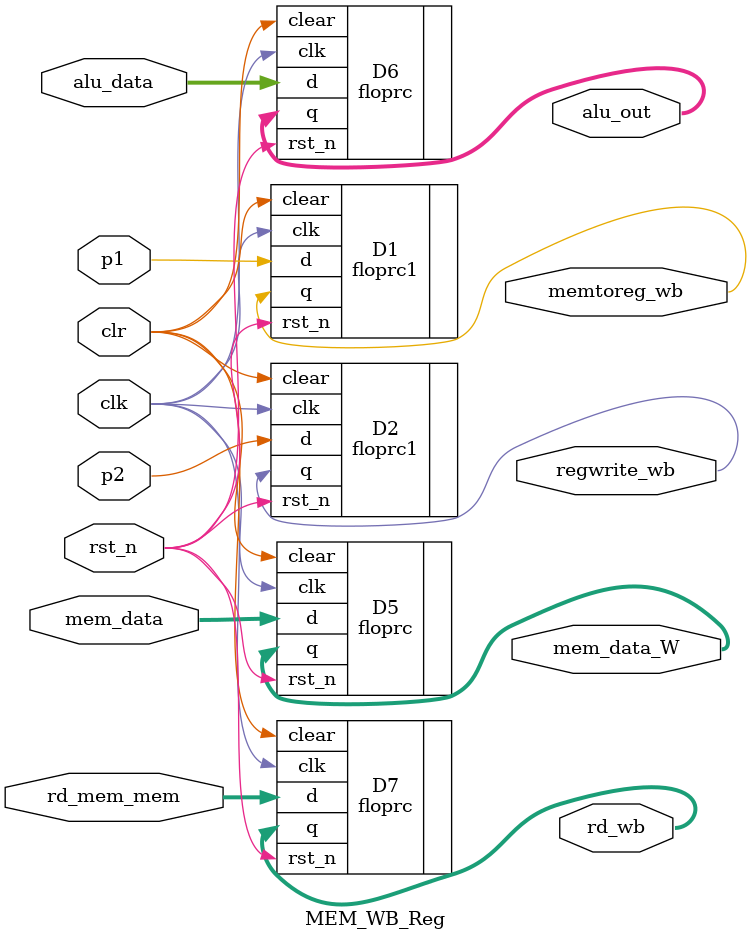
<source format=v>
module MEM_WB_Reg (	clk,
							clr,
							rst_n,
							p1,
							p2,
							mem_data,
							alu_data,
							rd_mem_mem,
							memtoreg_wb,
							regwrite_wb,
							mem_data_W,
							alu_out,
							rd_wb
							);
							
input wire clk;
input wire clr;
input wire rst_n;
input wire p1;
input wire p2;
input wire[63:0] mem_data;
input wire[63:0] alu_data;
input wire[4:0] rd_mem_mem;

output wire memtoreg_wb;
output wire regwrite_wb;
output wire[63:0] mem_data_W;
output wire[63:0] alu_out;
output wire[4:0] rd_wb;

floprc1 D1(	.clk(clk),.rst_n(rst_n),.clear(clr),.d(p1),.q(memtoreg_wb));
floprc1 D2(	.clk(clk),.rst_n(rst_n),.clear(clr),.d(p2),.q(regwrite_wb));

floprc #(64) D5(	.clk(clk),.rst_n(rst_n),.clear(clr),.d(mem_data),.q(mem_data_W));
floprc #(64) D6(	.clk(clk),.rst_n(rst_n),.clear(clr),.d(alu_data),.q(alu_out));
floprc #(5) D7(	.clk(clk),.rst_n(rst_n),.clear(clr),.d(rd_mem_mem),.q(rd_wb));

endmodule

</source>
